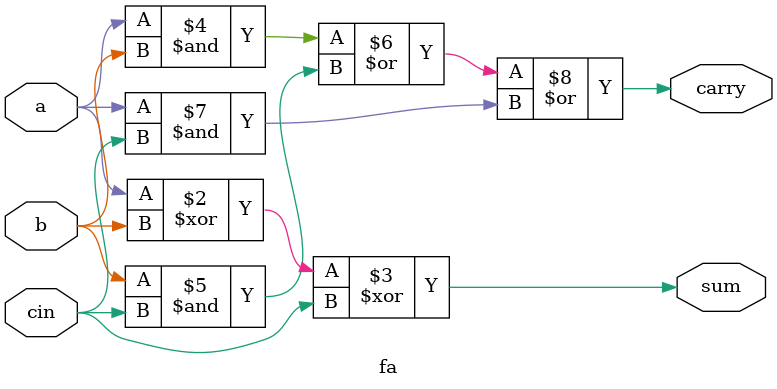
<source format=v>
module fa(input wire a,b,cin, output reg sum,carry);
always @(*) begin
sum=a^b^cin;
carry=(a&b)|(b&cin)|(a&cin);
end
endmodule

</source>
